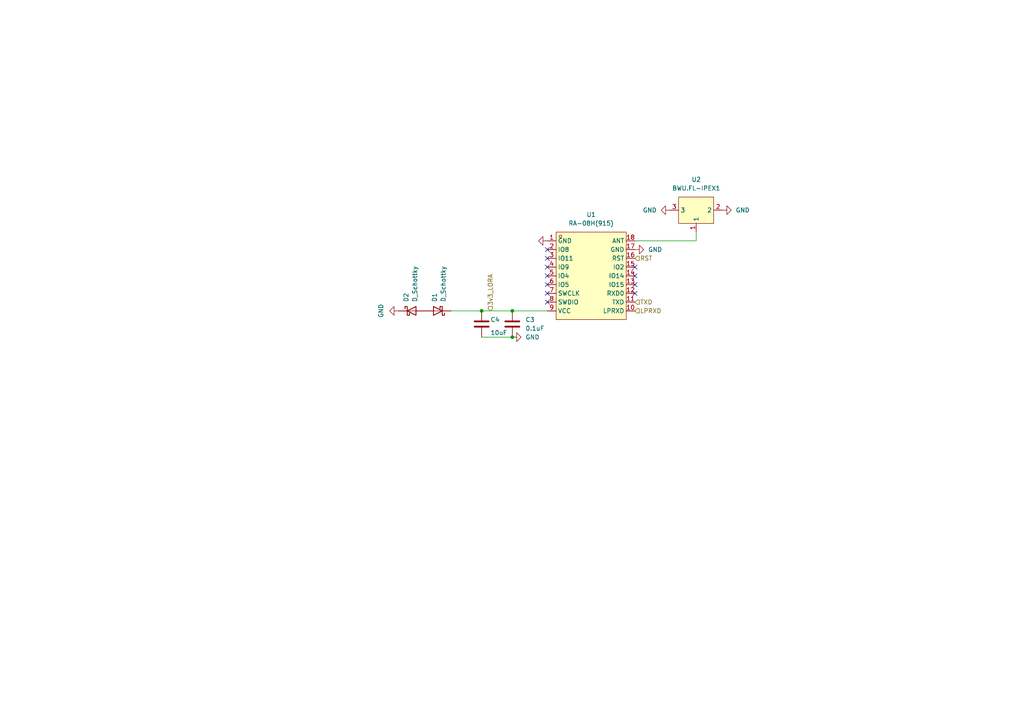
<source format=kicad_sch>
(kicad_sch (version 20230121) (generator eeschema)
  (paper "A4")
  (lib_symbols
    (symbol "Device:C" (pin_numbers hide) (pin_names (offset 0.254))
      (property "Reference" "C" (at 0.635 2.54 0))
      (property "Value" "C" (at 0.635 -2.54 0))
      (symbol "C_0_1"
        (polyline (pts (xy -2.032 -0.762) (xy 2.032 -0.762)) (stroke (width 0.508)))
        (polyline (pts (xy -2.032 0.762) (xy 2.032 0.762)) (stroke (width 0.508)))
      )
      (symbol "C_1_1"
        (pin passive line (at 0 3.81 270) (length 2.794) (name "~") (number "1"))
        (pin passive line (at 0 -3.81 90) (length 2.794) (name "~") (number "2"))
      )
    )
    (symbol "Device:D_Schottky" (pin_numbers hide) (pin_names (offset 1.016) hide)
      (property "Reference" "D" (at 0 2.54 0))
      (property "Value" "D_Schottky" (at 0 -2.54 0))
      (symbol "D_Schottky_0_1"
        (polyline (pts (xy 1.27 0) (xy -1.27 0)))
        (polyline (pts (xy 1.27 1.27) (xy 1.27 -1.27) (xy -1.27 0) (xy 1.27 1.27)) (stroke (width 0.254)))
        (polyline (pts (xy -1.905 0.635) (xy -1.905 1.27) (xy -1.27 1.27) (xy -1.27 -1.27) (xy -0.635 -1.27) (xy -0.635 -0.635)) (stroke (width 0.254)))
      )
      (symbol "D_Schottky_1_1"
        (pin passive line (at -3.81 0 0) (length 2.54) (name "K") (number "1"))
        (pin passive line (at 3.81 0 180) (length 2.54) (name "A") (number "2"))
      )
    )
    (symbol "PARTS:BWU.FL-IPEX1"
      (property "Reference" "U" (at 0 12.7 0))
      (property "Value" "BWU.FL-IPEX1" (at 0 -12.7 0))
      (symbol "BWU.FL-IPEX1_0_1"
        (rectangle (start -5.08 5.08) (end 2.54 -5.08) (fill (type background)))
        (pin unspecified line (at 5.08 0 180) (length 2.54) (name "1") (number "1"))
        (pin unspecified line (at -1.27 7.62 270) (length 2.54) (name "2") (number "2"))
        (pin unspecified line (at -1.27 -7.62 90) (length 2.54) (name "3") (number "3"))
      )
    )
    (symbol "PARTS:RA-08H(915)"
      (property "Reference" "U" (at 0 15.24 0))
      (property "Value" "RA-08H(915)" (at 0 -15.24 0))
      (symbol "RA-08H(915)_0_1"
        (rectangle (start -10.16 12.7) (end 10.16 -12.7) (fill (type background)))
        (circle (center -8.89 11.43) (radius 0.38))
        (pin unspecified line (at -12.7 10.16 0) (length 2.54) (name "GND") (number "1"))
        (pin unspecified line (at 12.7 -10.16 180) (length 2.54) (name "LPRXD") (number "10"))
        (pin unspecified line (at 12.7 -7.62 180) (length 2.54) (name "TXD") (number "11"))
        (pin unspecified line (at 12.7 -5.08 180) (length 2.54) (name "RXD0") (number "12"))
        (pin unspecified line (at 12.7 -2.54 180) (length 2.54) (name "IO15") (number "13"))
        (pin unspecified line (at 12.7 0 180) (length 2.54) (name "IO14") (number "14"))
        (pin unspecified line (at 12.7 2.54 180) (length 2.54) (name "IO2") (number "15"))
        (pin unspecified line (at 12.7 5.08 180) (length 2.54) (name "RST") (number "16"))
        (pin unspecified line (at 12.7 7.62 180) (length 2.54) (name "GND") (number "17"))
        (pin unspecified line (at 12.7 10.16 180) (length 2.54) (name "ANT") (number "18"))
        (pin unspecified line (at -12.7 7.62 0) (length 2.54) (name "IO8") (number "2"))
        (pin unspecified line (at -12.7 5.08 0) (length 2.54) (name "IO11") (number "3"))
        (pin unspecified line (at -12.7 2.54 0) (length 2.54) (name "IO9") (number "4"))
        (pin unspecified line (at -12.7 0 0) (length 2.54) (name "IO4") (number "5"))
        (pin unspecified line (at -12.7 -2.54 0) (length 2.54) (name "IO5") (number "6"))
        (pin unspecified line (at -12.7 -5.08 0) (length 2.54) (name "SWCLK") (number "7"))
        (pin unspecified line (at -12.7 -7.62 0) (length 2.54) (name "SWDIO") (number "8"))
        (pin unspecified line (at -12.7 -10.16 0) (length 2.54) (name "VCC") (number "9"))
      )
    )
    (symbol "power:GND" (power) (pin_names (offset 0))
      (property "Value" "GND" (at 0 -3.81 0))
      (symbol "GND_0_1"
        (polyline (pts (xy 0 0) (xy 0 -1.27) (xy 1.27 -1.27) (xy 0 -2.54) (xy -1.27 -1.27) (xy 0 -1.27)))
      )
      (symbol "GND_1_1"
        (pin power_in line (at 0 0 270) (length 0) hide (name "GND") (number "1"))
      )
    )
  )
  (junction (at 148.59 90.17))
  (junction (at 148.59 97.79))
  (junction (at 139.7 90.17))
  (no_connect (at 158.75 85.09))
  (no_connect (at 184.15 82.55))
  (no_connect (at 158.75 74.93))
  (no_connect (at 158.75 82.55))
  (no_connect (at 184.15 85.09))
  (no_connect (at 158.75 77.47))
  (no_connect (at 184.15 80.01))
  (no_connect (at 158.75 72.39))
  (no_connect (at 158.75 87.63))
  (no_connect (at 184.15 77.47))
  (no_connect (at 158.75 80.01))
  (wire (pts (xy 148.59 90.17) (xy 158.75 90.17)))
  (wire (pts (xy 139.7 97.79) (xy 148.59 97.79)))
  (wire (pts (xy 139.7 90.17) (xy 148.59 90.17)))
  (wire (pts (xy 130.81 90.17) (xy 139.7 90.17)))
  (wire (pts (xy 184.15 69.85) (xy 201.93 69.85)))
  (wire (pts (xy 201.93 69.85) (xy 201.93 67.31)))
  (hierarchical_label "TXD" (shape input) (at 184.15 87.63 0))
  (hierarchical_label "RST" (shape input) (at 184.15 74.93 0))
  (hierarchical_label "3v3_LORA" (shape input) (at 142.24 90.17 90))
  (hierarchical_label "LPRXD" (shape input) (at 184.15 90.17 0))
  (symbol (lib_id "Device:C") (at 139.7 93.98 0) (unit 1)
    (property "Reference" "C4" (at 142.24 92.71 0) (effects (justify left)))
    (property "Value" "10uF" (at 142.24 96.52 0) (effects (justify left)))
    (property "Footprint" "Capacitor_SMD:C_0402_1005Metric" (effects hide))
    (property "LCSC Part" "C412251" (effects hide))
    (instances (project "LoRa_Carrier" (path "" (reference "C4") (unit 1))) (project "Combined-MCU-GPS-LoRa" (path "" (reference "C5") (unit 1))))
  )
  (symbol (lib_id "power:GND") (at 209.55 60.96 90) (unit 1)
    (property "Reference" "#PWR011" (effects hide))
    (property "Value" "GND" (at 213.36 60.96 90) (effects (justify right)))
    (instances (project "LoRa_Carrier" (path "" (reference "#PWR011") (unit 1))) (project "Combined-MCU-GPS-LoRa" (path "" (reference "#PWR018") (unit 1))))
  )
  (symbol (lib_id "power:GND") (at 115.57 90.17 270) (unit 1)
    (property "Reference" "#PWR010" (effects hide))
    (property "Value" "GND" (at 110.49 90.17 0))
    (instances (project "LoRa_Carrier" (path "" (reference "#PWR010") (unit 1))) (project "Combined-MCU-GPS-LoRa" (path "" (reference "#PWR09") (unit 1))))
  )
  (symbol (lib_id "PARTS:BWU.FL-IPEX1") (at 201.93 62.23 270) (unit 1)
    (property "Reference" "U2" (at 201.93 52.07 90))
    (property "Value" "BWU.FL-IPEX1" (at 201.93 54.61 90))
    (property "Footprint" "PARTS:IPEX-SMD_BWIPX-1-001E" (effects hide))
    (property "LCSC Part" "C5137195" (effects hide))
    (instances (project "LoRa_Carrier" (path "" (reference "U2") (unit 1))) (project "Combined-MCU-GPS-LoRa" (path "" (reference "U4") (unit 1))))
  )
  (symbol (lib_id "PARTS:RA-08H(915)") (at 171.45 80.01 0) (unit 1)
    (property "Reference" "U1" (at 171.45 62.23 0))
    (property "Value" "RA-08H(915)" (at 171.45 64.77 0))
    (property "Footprint" "PARTS:RA_08H-BREAKOUT" (effects hide))
    (instances (project "LoRa_Carrier" (path "" (reference "U1") (unit 1))) (project "Combined-MCU-GPS-LoRa" (path "" (reference "U3") (unit 1))))
  )
  (symbol (lib_id "power:GND") (at 184.15 72.39 90) (unit 1)
    (property "Reference" "#PWR02" (effects hide))
    (property "Value" "GND" (at 187.96 72.39 90) (effects (justify right)))
    (instances (project "LoRa_Carrier" (path "" (reference "#PWR02") (unit 1))) (project "Combined-MCU-GPS-LoRa" (path "" (reference "#PWR016") (unit 1))))
  )
  (symbol (lib_id "power:GND") (at 158.75 69.85 270) (unit 1)
    (property "Reference" "#PWR01" (effects hide))
    (property "Value" "GND" (effects hide))
    (instances (project "LoRa_Carrier" (path "" (reference "#PWR01") (unit 1))) (project "Combined-MCU-GPS-LoRa" (path "" (reference "#PWR015") (unit 1))))
  )
  (symbol (lib_id "power:GND") (at 148.59 97.79 90) (unit 1)
    (property "Reference" "#PWR08" (effects hide))
    (property "Value" "GND" (at 152.4 97.79 90) (effects (justify right)))
    (instances (project "LoRa_Carrier" (path "" (reference "#PWR08") (unit 1))) (project "Combined-MCU-GPS-LoRa" (path "" (reference "#PWR014") (unit 1))))
  )
  (symbol (lib_id "power:GND") (at 194.31 60.96 270) (unit 1)
    (property "Reference" "#PWR012" (effects hide))
    (property "Value" "GND" (at 190.5 60.96 90) (effects (justify right)))
    (instances (project "LoRa_Carrier" (path "" (reference "#PWR012") (unit 1))) (project "Combined-MCU-GPS-LoRa" (path "" (reference "#PWR017") (unit 1))))
  )
  (symbol (lib_id "Device:D_Schottky") (at 127 90.17 180) (unit 1)
    (property "Reference" "D1" (at 126.0475 87.63 90) (effects (justify right)))
    (property "Value" "D_Schottky" (at 128.5875 87.63 90) (effects (justify right)))
    (property "Footprint" "Diode_SMD:D_SMA" (effects hide))
    (property "LCSC Part" "C2480" (effects hide))
    (instances (project "LoRa_Carrier" (path "" (reference "D1") (unit 1))) (project "Combined-MCU-GPS-LoRa" (path "" (reference "D2") (unit 1))))
  )
  (symbol (lib_id "Device:D_Schottky") (at 119.38 90.17 0) (unit 1)
    (property "Reference" "D2" (at 117.7925 87.63 90) (effects (justify left)))
    (property "Value" "D_Schottky" (at 120.3325 87.63 90) (effects (justify left)))
    (property "Footprint" "Diode_SMD:D_SMA" (effects hide))
    (property "LCSC Part" "C2480" (effects hide))
    (instances (project "LoRa_Carrier" (path "" (reference "D2") (unit 1))) (project "Combined-MCU-GPS-LoRa" (path "" (reference "D1") (unit 1))))
  )
  (symbol (lib_id "Device:C") (at 148.59 93.98 0) (unit 1)
    (property "Reference" "C3" (at 152.4 92.71 0) (effects (justify left)))
    (property "Value" "0.1uF" (at 152.4 95.25 0) (effects (justify left)))
    (property "Footprint" "Capacitor_SMD:C_1206_3216Metric" (effects hide))
    (property "LCSC Part" "C3839854" (effects hide))
    (instances (project "LoRa_Carrier" (path "" (reference "C3") (unit 1))) (project "Combined-MCU-GPS-LoRa" (path "" (reference "C6") (unit 1))))
  )
)
</source>
